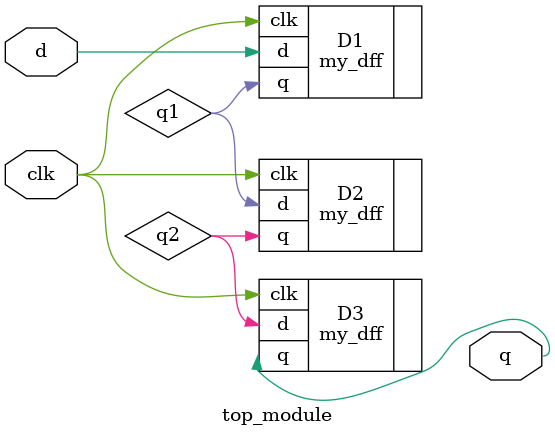
<source format=v>
module top_module (input clk, d,
			 output q);
	reg q1, q2;
	my_dff D1 (.clk(clk), .d(d), .q(q1));
	my_dff D2 (.clk(clk), .d(q1), .q(q2));
	my_dff D3 (.clk(clk), .d(q2), .q(q));
endmodule
</source>
